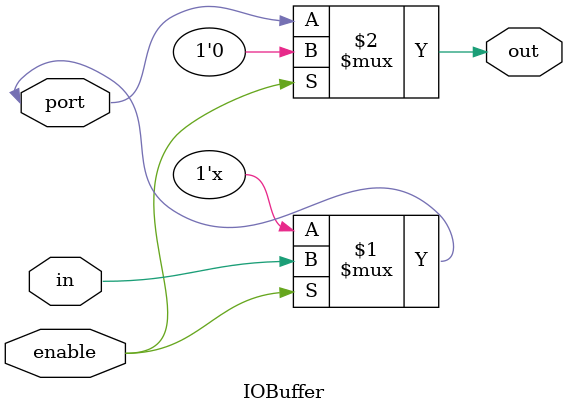
<source format=sv>
module IOBuffer(in, out, enable, port);
	
	//TODO: complete IOBuffer as described in the lab spec.
	input in;
	input enable;
	output out;
	inout port;
	
	assign port = enable ? in : 1'bz;
	assign out = enable ? 1'b0 : port;
	
	/*always_comb begin 
		if (enable) begin
			port = in;
			out = 1'b0;
		end
		else begin
			port = 1'bz;
			out = port;
		end
	end*/
endmodule
</source>
